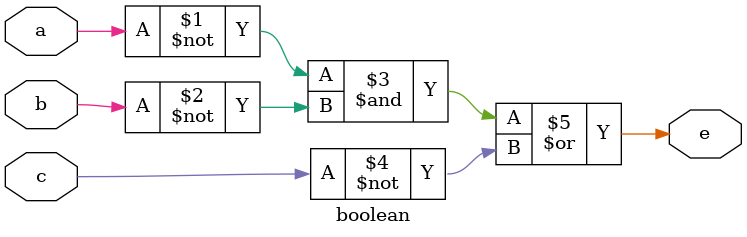
<source format=v>
`timescale 1ns / 1ps


//bool_1 A)

module boolean(
     input a, b, c,
     output e
    );
    assign e = (~a&~b)|~c;
endmodule

</source>
